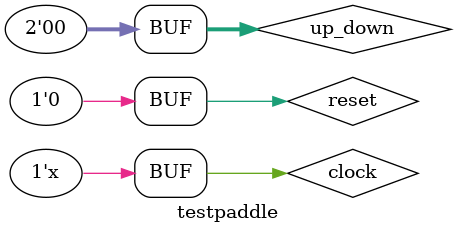
<source format=sv>
`timescale 10ms/1ms
module testpaddle();
   reg clock;
   reg reset;
   reg [1:0] up_down; // up down buttons
   wire [9:0] paddle_y; // y coordinate of paddle y
   initial begin
      clock = 0;
      reset = 0;
      up_down = 2'b00;
      #1 reset = 1;
      #2 reset = 0;
      #10 up_down = 2'b10; // after delay of 100ms press up
      #10 up_down = 2'b01; // after delay of 100ms press down
      #10 up_down = 2'b00; // after delay of 100ms release both
   end
   always #1 clock = ~clock; // 20ms clock time period

   paddle pdl( clock, reset, up_down, paddle_y);
endmodule

</source>
